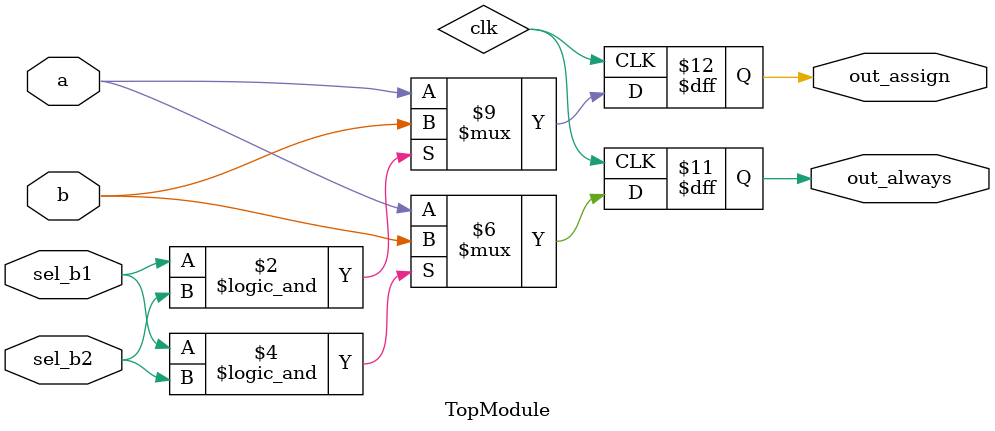
<source format=sv>

module TopModule (
  input a,
  input b,
  input sel_b1,
  input sel_b2,
  output reg out_assign,
  output reg out_always
);

// Mux using assign statements
always @(posedge clk) begin
  if (sel_b1 && sel_b2)
    out_assign = b;
  else
    out_assign = a;
end

// Mux using procedural if statement
always @(posedge clk) begin
  if (sel_b1 && sel_b2)
    out_always <= b;
  else
    out_always <= a;
end

endmodule

// VERILOG-EVAL: errant inclusion of module definition

</source>
